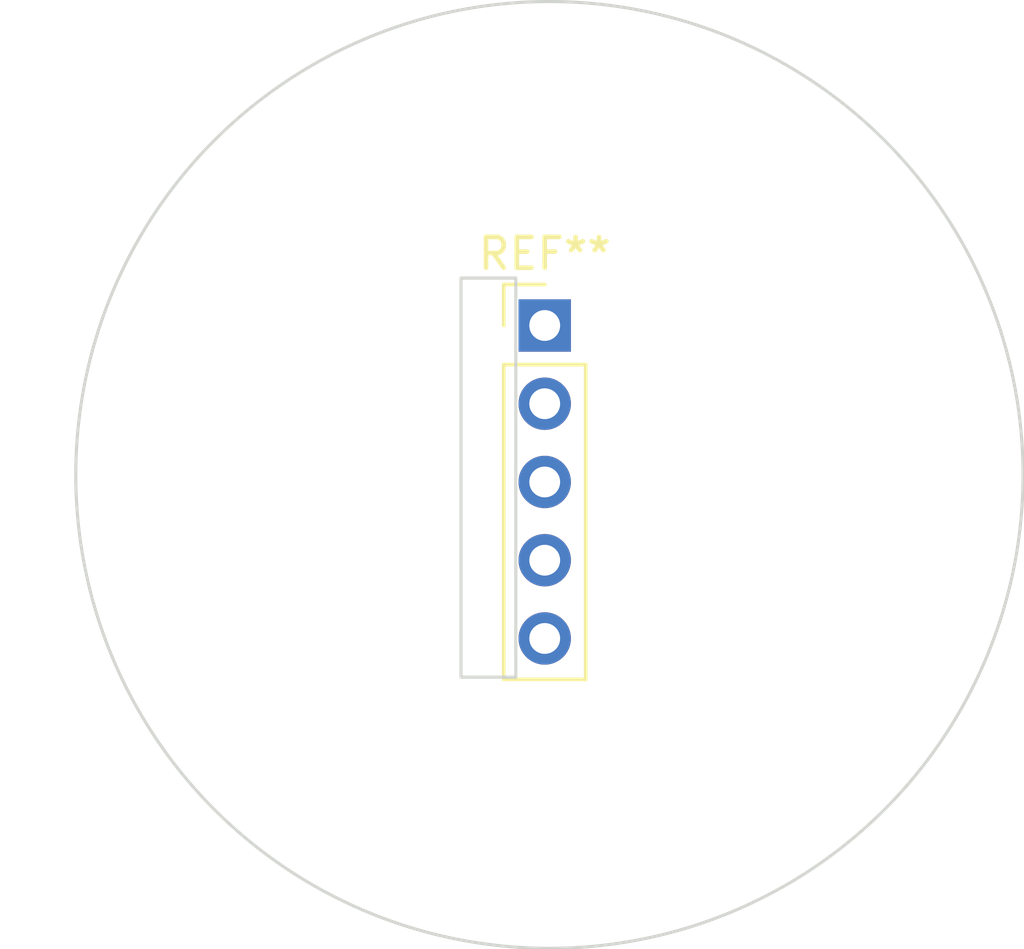
<source format=kicad_pcb>
(kicad_pcb (version 20240108) (generator "pcbnew") (generator_version "8.0")
  (layers (0 "F.Cu" signal) (31 "B.Cu" signal) (34 "B.Paste" user) (35 "F.Paste" user) (36 "B.SilkS" user "B.Silkscreen") (37 "F.SilkS" user "F.Silkscreen") (38 "B.Mask" user) (39 "F.Mask" user) (44 "Edge.Cuts" user))
  (net 0 "")
  (footprint "MountingHole:MountingHole_3.2mm_M3" (layer "F.Cu") (at 172.6692 94.0816)
    (property "Reference" "H6" (hide yes))
    (property "Value" "MountingHole")
    (pad "" np_thru_hole circle (at 0 0) (size 3.2 3.2) (drill 3.2) (layers "*.Cu" "*.Mask"))
  )
  (footprint "Connector_PinHeader_2.54mm:PinHeader_1x05_P2.54mm_Vertical" (layer "F.Cu") (at 163.4998 80.2386)
    (property "Reference" "REF**" (at 0 -2.33 0) (layer "F.SilkS"))
    (property "Value" "PinHeader_1x05_P2.54mm_Vertical")
    (fp_line (start -1.33 -1.33) (end 0 -1.33) (stroke (width 0.12)) (layer "F.SilkS"))
    (fp_line (start -1.33 0) (end -1.33 -1.33) (stroke (width 0.12)) (layer "F.SilkS"))
    (fp_line (start -1.33 1.27) (end -1.33 11.49) (stroke (width 0.12)) (layer "F.SilkS"))
    (fp_line (start -1.33 1.27) (end 1.33 1.27) (stroke (width 0.12)) (layer "F.SilkS"))
    (fp_line (start -1.33 11.49) (end 1.33 11.49) (stroke (width 0.12)) (layer "F.SilkS"))
    (fp_line (start 1.33 1.27) (end 1.33 11.49) (stroke (width 0.12)) (layer "F.SilkS"))
    (pad "1" thru_hole rect (at 0 0) (size 1.7 1.7) (drill 1) (layers "*.Cu" "*.Mask"))
    (pad "2" thru_hole oval (at 0 2.54) (size 1.7 1.7) (drill 1) (layers "*.Cu" "*.Mask"))
    (pad "3" thru_hole oval (at 0 5.08) (size 1.7 1.7) (drill 1) (layers "*.Cu" "*.Mask"))
    (pad "4" thru_hole oval (at 0 7.62) (size 1.7 1.7) (drill 1) (layers "*.Cu" "*.Mask"))
    (pad "5" thru_hole oval (at 0 10.16) (size 1.7 1.7) (drill 1) (layers "*.Cu" "*.Mask"))
  )
  (footprint "MountingHole:MountingHole_3.2mm_M3" (layer "F.Cu") (at 172.6692 76.0984)
    (property "Reference" "H4" (hide yes))
    (property "Value" "MountingHole")
    (pad "" np_thru_hole circle (at 0 0) (size 3.2 3.2) (drill 3.2) (layers "*.Cu" "*.Mask"))
  )
  (footprint "MountingHole:MountingHole_2.2mm_M2" (layer "F.Cu") (at 157.988 90.17)
    (property "Reference" "H1" (hide yes))
    (property "Value" "MountingHole")
    (pad "" np_thru_hole circle (at 0 0) (size 2.2 2.2) (drill 2.2) (layers "*.Cu" "*.Mask"))
  )
  (footprint "MountingHole:MountingHole_6.4mm_M6" (layer "F.Cu") (at 152.5016 81.4832)
    (property "Reference" "H8" (hide yes))
    (property "Value" "MountingHole")
    (pad "" np_thru_hole circle (at 0 0) (size 6.5 6.5) (drill 6.5) (layers "F&B.Cu" "*.Mask"))
  )
  (footprint "MountingHole:MountingHole_3.2mm_M3" (layer "F.Cu") (at 154.686 94.0816)
    (property "Reference" "H7" (hide yes))
    (property "Value" "MountingHole")
    (pad "" np_thru_hole circle (at 0 0) (size 3.2 3.2) (drill 3.2) (layers "*.Cu" "*.Mask"))
  )
  (footprint "MountingHole:MountingHole_2.2mm_M2" (layer "F.Cu") (at 157.9626 80.01)
    (property "Reference" "H3" (hide yes))
    (property "Value" "MountingHole")
    (pad "" np_thru_hole circle (at 0 0) (size 2.2 2.2) (drill 2.2) (layers "*.Cu" "*.Mask"))
  )
  (footprint "MountingHole:MountingHole_6.4mm_M6" (layer "F.Cu") (at 152.5016 88.6968)
    (property "Reference" "H9" (hide yes))
    (property "Value" "MountingHole")
    (pad "" np_thru_hole circle (at 0 0) (size 6.5 6.5) (drill 6.5) (layers "F&B.Cu" "*.Mask"))
  )
  (footprint "MountingHole:MountingHole_3.2mm_M3" (layer "F.Cu") (at 154.686 76.0984)
    (property "Reference" "H5" (hide yes))
    (property "Value" "MountingHole")
    (pad "" np_thru_hole circle (at 0 0) (size 3.2 3.2) (drill 3.2) (layers "*.Cu" "*.Mask"))
  )
  (gr_line (start 160.784134 78.699716) (end 162.562134 78.699716) (stroke (width 0.1)) (layer "Edge.Cuts"))
  (gr_line (start 162.562134 91.653716) (end 160.784134 91.653716) (stroke (width 0.1)) (layer "Edge.Cuts"))
  (gr_circle (center 163.6522 85.09) (end 179.0192 85.09) (stroke (width 0.1)) (fill none) (layer "Edge.Cuts"))
  (gr_line (start 160.784134 91.653716) (end 160.784134 78.699716) (stroke (width 0.1)) (layer "Edge.Cuts"))
  (gr_line (start 162.562134 78.699716) (end 162.562134 91.653716) (stroke (width 0.1)) (layer "Edge.Cuts"))
)
</source>
